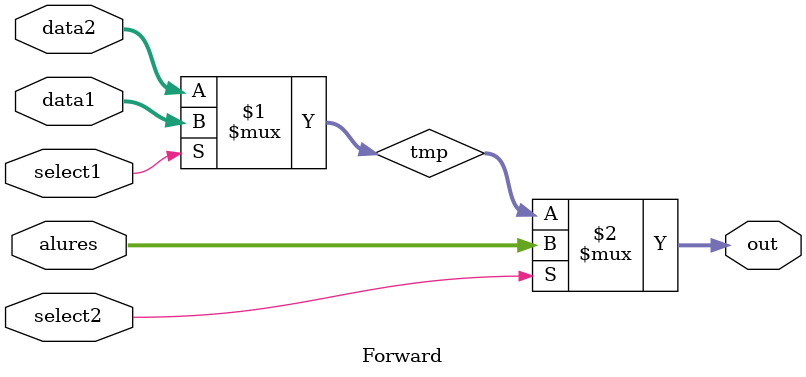
<source format=v>
`timescale 1ns / 1ps


module Forward(
           input select1,
           input select2,
           input [31:0] data1,
           input [31:0] data2,
           input [31:0] alures,
           output wire [31:0] out
       );
wire [31:0] tmp;
begin
    assign tmp=select1?data1:data2;
    assign out=select2?alures:tmp;
end
endmodule

</source>
